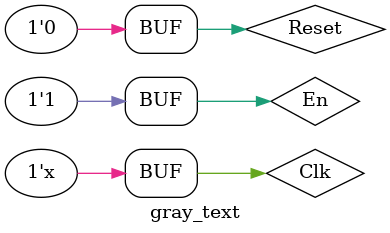
<source format=v>
`timescale 1ns / 1ps


module gray_text;

	// Inputs
	reg Clk;
	reg Reset;
	reg En;

	// Outputs
	wire [2:0] Output;
	wire Overflow;

	// Instantiate the Unit Under Test (UUT)
	gray uut (
		.Clk(Clk), 
		.Reset(Reset), 
		.En(En), 
		.Output(Output), 
		.Overflow(Overflow)
	);

	initial begin
		// Initialize Inputs
		Clk = 0;
		Reset = 0;
		En = 1;

		#30 Reset =1;
		#10 Reset =0;
		// Wait 100 ns for global reset to finish
		
        
		// Add stimulus here

	end
	always #5 Clk = ~Clk;
endmodule


</source>
